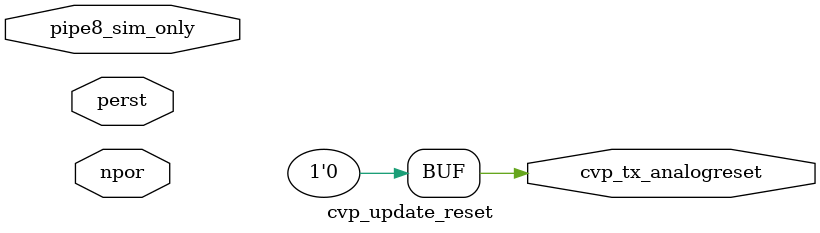
<source format=v>
    

module cvp_update_reset # (
   parameter PIPE32_SIM_ONLY = 0
   ) (
   input pipe8_sim_only,
   input npor,
   input perst,
   output cvp_tx_analogreset
   );




//   assign serdes_tx_analogreset      = ((PIPE32_SIM_ONLY==1)||(pipe8_sim_only==1'b1))?1'b0           :(low_str(hip_hard_reset)=="disable")?~npor_int:1'b0;
//
   assign cvp_tx_analogreset      = 1'b0;



endmodule

</source>
